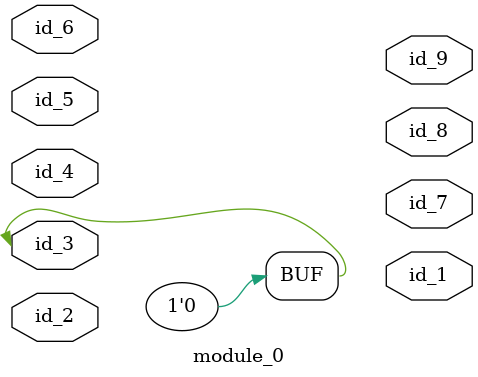
<source format=v>
`timescale 1ps / 1ps
module module_0 (
    id_1,
    id_2,
    id_3,
    id_4,
    id_5,
    id_6,
    id_7,
    id_8,
    id_9
);
  output id_9;
  output id_8;
  output id_7;
  inout id_6;
  input id_5;
  inout id_4;
  inout id_3;
  inout id_2;
  output id_1;
  assign id_3 = "";
endmodule

</source>
